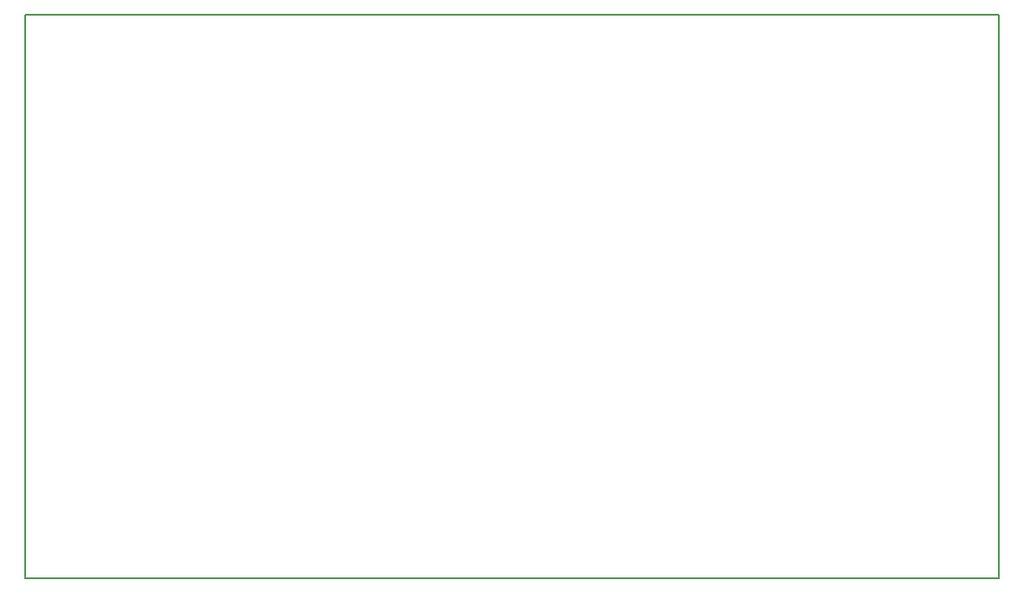
<source format=gbr>
G04 #@! TF.FileFunction,Profile,NP*
%FSLAX46Y46*%
G04 Gerber Fmt 4.6, Leading zero omitted, Abs format (unit mm)*
G04 Created by KiCad (PCBNEW 4.0.5+dfsg1-4) date Sun Jul  1 16:29:06 2018*
%MOMM*%
%LPD*%
G01*
G04 APERTURE LIST*
%ADD10C,0.100000*%
%ADD11C,0.150000*%
G04 APERTURE END LIST*
D10*
D11*
X28000000Y-22000000D02*
X28000000Y-77000000D01*
X123000000Y-77000000D02*
X28000000Y-77000000D01*
X123000000Y-22000000D02*
X123000000Y-77000000D01*
X28000000Y-22000000D02*
X123000000Y-22000000D01*
M02*

</source>
